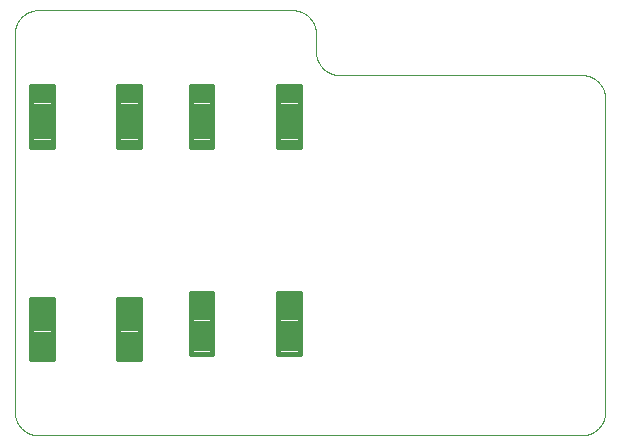
<source format=gbp>
G75*
%MOIN*%
%OFA0B0*%
%FSLAX25Y25*%
%IPPOS*%
%LPD*%
%AMOC8*
5,1,8,0,0,1.08239X$1,22.5*
%
%ADD10C,0.00000*%
%ADD11C,0.01811*%
D10*
X0072397Y0058146D02*
X0253499Y0058146D01*
X0253689Y0058148D01*
X0253879Y0058155D01*
X0254069Y0058167D01*
X0254259Y0058183D01*
X0254448Y0058203D01*
X0254637Y0058229D01*
X0254825Y0058258D01*
X0255012Y0058293D01*
X0255198Y0058332D01*
X0255383Y0058375D01*
X0255568Y0058423D01*
X0255751Y0058475D01*
X0255932Y0058531D01*
X0256112Y0058592D01*
X0256291Y0058658D01*
X0256468Y0058727D01*
X0256644Y0058801D01*
X0256817Y0058879D01*
X0256989Y0058962D01*
X0257158Y0059048D01*
X0257326Y0059138D01*
X0257491Y0059233D01*
X0257654Y0059331D01*
X0257814Y0059434D01*
X0257972Y0059540D01*
X0258127Y0059650D01*
X0258280Y0059763D01*
X0258430Y0059881D01*
X0258576Y0060002D01*
X0258720Y0060126D01*
X0258861Y0060254D01*
X0258999Y0060385D01*
X0259134Y0060520D01*
X0259265Y0060658D01*
X0259393Y0060799D01*
X0259517Y0060943D01*
X0259638Y0061089D01*
X0259756Y0061239D01*
X0259869Y0061392D01*
X0259979Y0061547D01*
X0260085Y0061705D01*
X0260188Y0061865D01*
X0260286Y0062028D01*
X0260381Y0062193D01*
X0260471Y0062361D01*
X0260557Y0062530D01*
X0260640Y0062702D01*
X0260718Y0062875D01*
X0260792Y0063051D01*
X0260861Y0063228D01*
X0260927Y0063407D01*
X0260988Y0063587D01*
X0261044Y0063768D01*
X0261096Y0063951D01*
X0261144Y0064136D01*
X0261187Y0064321D01*
X0261226Y0064507D01*
X0261261Y0064694D01*
X0261290Y0064882D01*
X0261316Y0065071D01*
X0261336Y0065260D01*
X0261352Y0065450D01*
X0261364Y0065640D01*
X0261371Y0065830D01*
X0261373Y0066020D01*
X0261373Y0170350D01*
X0261371Y0170540D01*
X0261364Y0170730D01*
X0261352Y0170920D01*
X0261336Y0171110D01*
X0261316Y0171299D01*
X0261290Y0171488D01*
X0261261Y0171676D01*
X0261226Y0171863D01*
X0261187Y0172049D01*
X0261144Y0172234D01*
X0261096Y0172419D01*
X0261044Y0172602D01*
X0260988Y0172783D01*
X0260927Y0172963D01*
X0260861Y0173142D01*
X0260792Y0173319D01*
X0260718Y0173495D01*
X0260640Y0173668D01*
X0260557Y0173840D01*
X0260471Y0174009D01*
X0260381Y0174177D01*
X0260286Y0174342D01*
X0260188Y0174505D01*
X0260085Y0174665D01*
X0259979Y0174823D01*
X0259869Y0174978D01*
X0259756Y0175131D01*
X0259638Y0175281D01*
X0259517Y0175427D01*
X0259393Y0175571D01*
X0259265Y0175712D01*
X0259134Y0175850D01*
X0258999Y0175985D01*
X0258861Y0176116D01*
X0258720Y0176244D01*
X0258576Y0176368D01*
X0258430Y0176489D01*
X0258280Y0176607D01*
X0258127Y0176720D01*
X0257972Y0176830D01*
X0257814Y0176936D01*
X0257654Y0177039D01*
X0257491Y0177137D01*
X0257326Y0177232D01*
X0257158Y0177322D01*
X0256989Y0177408D01*
X0256817Y0177491D01*
X0256644Y0177569D01*
X0256468Y0177643D01*
X0256291Y0177712D01*
X0256112Y0177778D01*
X0255932Y0177839D01*
X0255751Y0177895D01*
X0255568Y0177947D01*
X0255383Y0177995D01*
X0255198Y0178038D01*
X0255012Y0178077D01*
X0254825Y0178112D01*
X0254637Y0178141D01*
X0254448Y0178167D01*
X0254259Y0178187D01*
X0254069Y0178203D01*
X0253879Y0178215D01*
X0253689Y0178222D01*
X0253499Y0178224D01*
X0172791Y0178224D01*
X0172601Y0178226D01*
X0172411Y0178233D01*
X0172221Y0178245D01*
X0172031Y0178261D01*
X0171842Y0178281D01*
X0171653Y0178307D01*
X0171465Y0178336D01*
X0171278Y0178371D01*
X0171092Y0178410D01*
X0170907Y0178453D01*
X0170722Y0178501D01*
X0170539Y0178553D01*
X0170358Y0178609D01*
X0170178Y0178670D01*
X0169999Y0178736D01*
X0169822Y0178805D01*
X0169646Y0178879D01*
X0169473Y0178957D01*
X0169301Y0179040D01*
X0169132Y0179126D01*
X0168964Y0179216D01*
X0168799Y0179311D01*
X0168636Y0179409D01*
X0168476Y0179512D01*
X0168318Y0179618D01*
X0168163Y0179728D01*
X0168010Y0179841D01*
X0167860Y0179959D01*
X0167714Y0180080D01*
X0167570Y0180204D01*
X0167429Y0180332D01*
X0167291Y0180463D01*
X0167156Y0180598D01*
X0167025Y0180736D01*
X0166897Y0180877D01*
X0166773Y0181021D01*
X0166652Y0181167D01*
X0166534Y0181317D01*
X0166421Y0181470D01*
X0166311Y0181625D01*
X0166205Y0181783D01*
X0166102Y0181943D01*
X0166004Y0182106D01*
X0165909Y0182271D01*
X0165819Y0182439D01*
X0165733Y0182608D01*
X0165650Y0182780D01*
X0165572Y0182953D01*
X0165498Y0183129D01*
X0165429Y0183306D01*
X0165363Y0183485D01*
X0165302Y0183665D01*
X0165246Y0183846D01*
X0165194Y0184029D01*
X0165146Y0184214D01*
X0165103Y0184399D01*
X0165064Y0184585D01*
X0165029Y0184772D01*
X0165000Y0184960D01*
X0164974Y0185149D01*
X0164954Y0185338D01*
X0164938Y0185528D01*
X0164926Y0185718D01*
X0164919Y0185908D01*
X0164917Y0186098D01*
X0164917Y0192004D01*
X0164915Y0192194D01*
X0164908Y0192384D01*
X0164896Y0192574D01*
X0164880Y0192764D01*
X0164860Y0192953D01*
X0164834Y0193142D01*
X0164805Y0193330D01*
X0164770Y0193517D01*
X0164731Y0193703D01*
X0164688Y0193888D01*
X0164640Y0194073D01*
X0164588Y0194256D01*
X0164532Y0194437D01*
X0164471Y0194617D01*
X0164405Y0194796D01*
X0164336Y0194973D01*
X0164262Y0195149D01*
X0164184Y0195322D01*
X0164101Y0195494D01*
X0164015Y0195663D01*
X0163925Y0195831D01*
X0163830Y0195996D01*
X0163732Y0196159D01*
X0163629Y0196319D01*
X0163523Y0196477D01*
X0163413Y0196632D01*
X0163300Y0196785D01*
X0163182Y0196935D01*
X0163061Y0197081D01*
X0162937Y0197225D01*
X0162809Y0197366D01*
X0162678Y0197504D01*
X0162543Y0197639D01*
X0162405Y0197770D01*
X0162264Y0197898D01*
X0162120Y0198022D01*
X0161974Y0198143D01*
X0161824Y0198261D01*
X0161671Y0198374D01*
X0161516Y0198484D01*
X0161358Y0198590D01*
X0161198Y0198693D01*
X0161035Y0198791D01*
X0160870Y0198886D01*
X0160702Y0198976D01*
X0160533Y0199062D01*
X0160361Y0199145D01*
X0160188Y0199223D01*
X0160012Y0199297D01*
X0159835Y0199366D01*
X0159656Y0199432D01*
X0159476Y0199493D01*
X0159295Y0199549D01*
X0159112Y0199601D01*
X0158927Y0199649D01*
X0158742Y0199692D01*
X0158556Y0199731D01*
X0158369Y0199766D01*
X0158181Y0199795D01*
X0157992Y0199821D01*
X0157803Y0199841D01*
X0157613Y0199857D01*
X0157423Y0199869D01*
X0157233Y0199876D01*
X0157043Y0199878D01*
X0072397Y0199878D01*
X0072207Y0199876D01*
X0072017Y0199869D01*
X0071827Y0199857D01*
X0071637Y0199841D01*
X0071448Y0199821D01*
X0071259Y0199795D01*
X0071071Y0199766D01*
X0070884Y0199731D01*
X0070698Y0199692D01*
X0070513Y0199649D01*
X0070328Y0199601D01*
X0070145Y0199549D01*
X0069964Y0199493D01*
X0069784Y0199432D01*
X0069605Y0199366D01*
X0069428Y0199297D01*
X0069252Y0199223D01*
X0069079Y0199145D01*
X0068907Y0199062D01*
X0068738Y0198976D01*
X0068570Y0198886D01*
X0068405Y0198791D01*
X0068242Y0198693D01*
X0068082Y0198590D01*
X0067924Y0198484D01*
X0067769Y0198374D01*
X0067616Y0198261D01*
X0067466Y0198143D01*
X0067320Y0198022D01*
X0067176Y0197898D01*
X0067035Y0197770D01*
X0066897Y0197639D01*
X0066762Y0197504D01*
X0066631Y0197366D01*
X0066503Y0197225D01*
X0066379Y0197081D01*
X0066258Y0196935D01*
X0066140Y0196785D01*
X0066027Y0196632D01*
X0065917Y0196477D01*
X0065811Y0196319D01*
X0065708Y0196159D01*
X0065610Y0195996D01*
X0065515Y0195831D01*
X0065425Y0195663D01*
X0065339Y0195494D01*
X0065256Y0195322D01*
X0065178Y0195149D01*
X0065104Y0194973D01*
X0065035Y0194796D01*
X0064969Y0194617D01*
X0064908Y0194437D01*
X0064852Y0194256D01*
X0064800Y0194073D01*
X0064752Y0193888D01*
X0064709Y0193703D01*
X0064670Y0193517D01*
X0064635Y0193330D01*
X0064606Y0193142D01*
X0064580Y0192953D01*
X0064560Y0192764D01*
X0064544Y0192574D01*
X0064532Y0192384D01*
X0064525Y0192194D01*
X0064523Y0192004D01*
X0064523Y0066020D01*
X0064525Y0065830D01*
X0064532Y0065640D01*
X0064544Y0065450D01*
X0064560Y0065260D01*
X0064580Y0065071D01*
X0064606Y0064882D01*
X0064635Y0064694D01*
X0064670Y0064507D01*
X0064709Y0064321D01*
X0064752Y0064136D01*
X0064800Y0063951D01*
X0064852Y0063768D01*
X0064908Y0063587D01*
X0064969Y0063407D01*
X0065035Y0063228D01*
X0065104Y0063051D01*
X0065178Y0062875D01*
X0065256Y0062702D01*
X0065339Y0062530D01*
X0065425Y0062361D01*
X0065515Y0062193D01*
X0065610Y0062028D01*
X0065708Y0061865D01*
X0065811Y0061705D01*
X0065917Y0061547D01*
X0066027Y0061392D01*
X0066140Y0061239D01*
X0066258Y0061089D01*
X0066379Y0060943D01*
X0066503Y0060799D01*
X0066631Y0060658D01*
X0066762Y0060520D01*
X0066897Y0060385D01*
X0067035Y0060254D01*
X0067176Y0060126D01*
X0067320Y0060002D01*
X0067466Y0059881D01*
X0067616Y0059763D01*
X0067769Y0059650D01*
X0067924Y0059540D01*
X0068082Y0059434D01*
X0068242Y0059331D01*
X0068405Y0059233D01*
X0068570Y0059138D01*
X0068738Y0059048D01*
X0068907Y0058962D01*
X0069079Y0058879D01*
X0069252Y0058801D01*
X0069428Y0058727D01*
X0069605Y0058658D01*
X0069784Y0058592D01*
X0069964Y0058531D01*
X0070145Y0058475D01*
X0070328Y0058423D01*
X0070513Y0058375D01*
X0070698Y0058332D01*
X0070884Y0058293D01*
X0071071Y0058258D01*
X0071259Y0058229D01*
X0071448Y0058203D01*
X0071637Y0058183D01*
X0071827Y0058167D01*
X0072017Y0058155D01*
X0072207Y0058148D01*
X0072397Y0058146D01*
D11*
X0069956Y0083461D02*
X0077200Y0083461D01*
X0069956Y0083461D02*
X0069956Y0103697D01*
X0077200Y0103697D01*
X0077200Y0083461D01*
X0077200Y0085181D02*
X0069956Y0085181D01*
X0069956Y0086901D02*
X0077200Y0086901D01*
X0077200Y0088621D02*
X0069956Y0088621D01*
X0069956Y0090341D02*
X0077200Y0090341D01*
X0077200Y0092061D02*
X0069956Y0092061D01*
X0069956Y0093781D02*
X0077200Y0093781D01*
X0077200Y0095501D02*
X0069956Y0095501D01*
X0069956Y0097221D02*
X0077200Y0097221D01*
X0077200Y0098941D02*
X0069956Y0098941D01*
X0069956Y0100661D02*
X0077200Y0100661D01*
X0077200Y0102381D02*
X0069956Y0102381D01*
X0099090Y0083461D02*
X0106334Y0083461D01*
X0099090Y0083461D02*
X0099090Y0103697D01*
X0106334Y0103697D01*
X0106334Y0083461D01*
X0106334Y0085181D02*
X0099090Y0085181D01*
X0099090Y0086901D02*
X0106334Y0086901D01*
X0106334Y0088621D02*
X0099090Y0088621D01*
X0099090Y0090341D02*
X0106334Y0090341D01*
X0106334Y0092061D02*
X0099090Y0092061D01*
X0099090Y0093781D02*
X0106334Y0093781D01*
X0106334Y0095501D02*
X0099090Y0095501D01*
X0099090Y0097221D02*
X0106334Y0097221D01*
X0106334Y0098941D02*
X0099090Y0098941D01*
X0099090Y0100661D02*
X0106334Y0100661D01*
X0106334Y0102381D02*
X0099090Y0102381D01*
X0123106Y0105665D02*
X0130350Y0105665D01*
X0130350Y0085429D01*
X0123106Y0085429D01*
X0123106Y0105665D01*
X0123106Y0087149D02*
X0130350Y0087149D01*
X0130350Y0088869D02*
X0123106Y0088869D01*
X0123106Y0090589D02*
X0130350Y0090589D01*
X0130350Y0092309D02*
X0123106Y0092309D01*
X0123106Y0094029D02*
X0130350Y0094029D01*
X0130350Y0095749D02*
X0123106Y0095749D01*
X0123106Y0097469D02*
X0130350Y0097469D01*
X0130350Y0099189D02*
X0123106Y0099189D01*
X0123106Y0100909D02*
X0130350Y0100909D01*
X0130350Y0102629D02*
X0123106Y0102629D01*
X0123106Y0104349D02*
X0130350Y0104349D01*
X0152239Y0105665D02*
X0159483Y0105665D01*
X0159483Y0085429D01*
X0152239Y0085429D01*
X0152239Y0105665D01*
X0152239Y0087149D02*
X0159483Y0087149D01*
X0159483Y0088869D02*
X0152239Y0088869D01*
X0152239Y0090589D02*
X0159483Y0090589D01*
X0159483Y0092309D02*
X0152239Y0092309D01*
X0152239Y0094029D02*
X0159483Y0094029D01*
X0159483Y0095749D02*
X0152239Y0095749D01*
X0152239Y0097469D02*
X0159483Y0097469D01*
X0159483Y0099189D02*
X0152239Y0099189D01*
X0152239Y0100909D02*
X0159483Y0100909D01*
X0159483Y0102629D02*
X0152239Y0102629D01*
X0152239Y0104349D02*
X0159483Y0104349D01*
X0159483Y0174563D02*
X0152239Y0174563D01*
X0159483Y0174563D02*
X0159483Y0154327D01*
X0152239Y0154327D01*
X0152239Y0174563D01*
X0152239Y0156047D02*
X0159483Y0156047D01*
X0159483Y0157767D02*
X0152239Y0157767D01*
X0152239Y0159487D02*
X0159483Y0159487D01*
X0159483Y0161207D02*
X0152239Y0161207D01*
X0152239Y0162927D02*
X0159483Y0162927D01*
X0159483Y0164647D02*
X0152239Y0164647D01*
X0152239Y0166367D02*
X0159483Y0166367D01*
X0159483Y0168087D02*
X0152239Y0168087D01*
X0152239Y0169807D02*
X0159483Y0169807D01*
X0159483Y0171527D02*
X0152239Y0171527D01*
X0152239Y0173247D02*
X0159483Y0173247D01*
X0130350Y0174563D02*
X0123106Y0174563D01*
X0130350Y0174563D02*
X0130350Y0154327D01*
X0123106Y0154327D01*
X0123106Y0174563D01*
X0123106Y0156047D02*
X0130350Y0156047D01*
X0130350Y0157767D02*
X0123106Y0157767D01*
X0123106Y0159487D02*
X0130350Y0159487D01*
X0130350Y0161207D02*
X0123106Y0161207D01*
X0123106Y0162927D02*
X0130350Y0162927D01*
X0130350Y0164647D02*
X0123106Y0164647D01*
X0123106Y0166367D02*
X0130350Y0166367D01*
X0130350Y0168087D02*
X0123106Y0168087D01*
X0123106Y0169807D02*
X0130350Y0169807D01*
X0130350Y0171527D02*
X0123106Y0171527D01*
X0123106Y0173247D02*
X0130350Y0173247D01*
X0106334Y0154327D02*
X0099090Y0154327D01*
X0099090Y0174563D01*
X0106334Y0174563D01*
X0106334Y0154327D01*
X0106334Y0156047D02*
X0099090Y0156047D01*
X0099090Y0157767D02*
X0106334Y0157767D01*
X0106334Y0159487D02*
X0099090Y0159487D01*
X0099090Y0161207D02*
X0106334Y0161207D01*
X0106334Y0162927D02*
X0099090Y0162927D01*
X0099090Y0164647D02*
X0106334Y0164647D01*
X0106334Y0166367D02*
X0099090Y0166367D01*
X0099090Y0168087D02*
X0106334Y0168087D01*
X0106334Y0169807D02*
X0099090Y0169807D01*
X0099090Y0171527D02*
X0106334Y0171527D01*
X0106334Y0173247D02*
X0099090Y0173247D01*
X0077200Y0154327D02*
X0069956Y0154327D01*
X0069956Y0174563D01*
X0077200Y0174563D01*
X0077200Y0154327D01*
X0077200Y0156047D02*
X0069956Y0156047D01*
X0069956Y0157767D02*
X0077200Y0157767D01*
X0077200Y0159487D02*
X0069956Y0159487D01*
X0069956Y0161207D02*
X0077200Y0161207D01*
X0077200Y0162927D02*
X0069956Y0162927D01*
X0069956Y0164647D02*
X0077200Y0164647D01*
X0077200Y0166367D02*
X0069956Y0166367D01*
X0069956Y0168087D02*
X0077200Y0168087D01*
X0077200Y0169807D02*
X0069956Y0169807D01*
X0069956Y0171527D02*
X0077200Y0171527D01*
X0077200Y0173247D02*
X0069956Y0173247D01*
M02*

</source>
